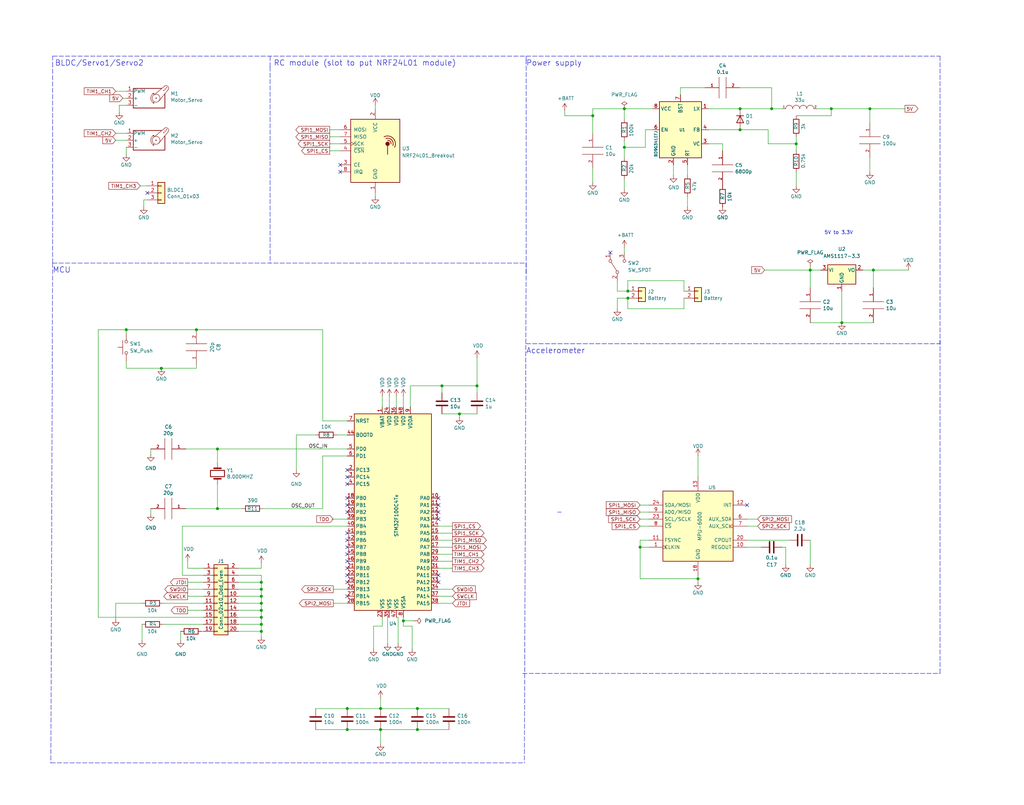
<source format=kicad_sch>
(kicad_sch (version 20211123) (generator eeschema)
  (paper "User" 370.764 291.389)
  (title_block (title "RC Boat ") (date "2023-01-22") (company "By ZN KG WD"))
  (lib_symbols
    (symbol "Connector_Generic:Conn_01x02" (pin_names (offset 1.016) hide)
      (property "Reference" "J" (at 0 2.54 0))
      (property "Value" "Conn_01x02" (at 0 -5.08 0))
      (symbol "Conn_01x02_1_1"
        (pin passive line (at -5.08 0 0) (length 3.81) (name "Pin_1") (number "1"))
        (pin passive line (at -5.08 -2.54 0) (length 3.81) (name "Pin_2") (number "2"))
      )
    )
    (symbol "Connector_Generic:Conn_01x03" (pin_names (offset 1.016) hide)
      (property "Reference" "J" (at 0 5.08 0))
      (property "Value" "Conn_01x03" (at 0 -5.08 0))
      (symbol "Conn_01x03_1_1"
        (pin passive line (at -5.08 2.54 0) (length 3.81) (name "Pin_1") (number "1"))
        (pin passive line (at -5.08 0 0) (length 3.81) (name "Pin_2") (number "2"))
        (pin passive line (at -5.08 -2.54 0) (length 3.81) (name "Pin_3") (number "3"))
      )
    )
    (symbol "Connector_Generic:Conn_02x10_Odd_Even" (pin_names (offset 1.016) hide)
      (property "Reference" "J" (at 1.27 12.7 0))
      (property "Value" "Conn_02x10_Odd_Even" (at 1.27 -15.24 0))
      (symbol "Conn_02x10_Odd_Even_1_1"
        (pin passive line (at -5.08 10.16 0) (length 3.81) (name "Pin_1") (number "1"))
        (pin passive line (at 7.62 0 180) (length 3.81) (name "Pin_10") (number "10"))
        (pin passive line (at -5.08 -2.54 0) (length 3.81) (name "Pin_11") (number "11"))
        (pin passive line (at 7.62 -2.54 180) (length 3.81) (name "Pin_12") (number "12"))
        (pin passive line (at -5.08 -5.08 0) (length 3.81) (name "Pin_13") (number "13"))
        (pin passive line (at 7.62 -5.08 180) (length 3.81) (name "Pin_14") (number "14"))
        (pin passive line (at -5.08 -7.62 0) (length 3.81) (name "Pin_15") (number "15"))
        (pin passive line (at 7.62 -7.62 180) (length 3.81) (name "Pin_16") (number "16"))
        (pin passive line (at -5.08 -10.16 0) (length 3.81) (name "Pin_17") (number "17"))
        (pin passive line (at 7.62 -10.16 180) (length 3.81) (name "Pin_18") (number "18"))
        (pin passive line (at -5.08 -12.7 0) (length 3.81) (name "Pin_19") (number "19"))
        (pin passive line (at 7.62 10.16 180) (length 3.81) (name "Pin_2") (number "2"))
        (pin passive line (at 7.62 -12.7 180) (length 3.81) (name "Pin_20") (number "20"))
        (pin passive line (at -5.08 7.62 0) (length 3.81) (name "Pin_3") (number "3"))
        (pin passive line (at 7.62 7.62 180) (length 3.81) (name "Pin_4") (number "4"))
        (pin passive line (at -5.08 5.08 0) (length 3.81) (name "Pin_5") (number "5"))
        (pin passive line (at 7.62 5.08 180) (length 3.81) (name "Pin_6") (number "6"))
        (pin passive line (at -5.08 2.54 0) (length 3.81) (name "Pin_7") (number "7"))
        (pin passive line (at 7.62 2.54 180) (length 3.81) (name "Pin_8") (number "8"))
        (pin passive line (at -5.08 0 0) (length 3.81) (name "Pin_9") (number "9"))
      )
    )
    (symbol "Device:C" (pin_numbers hide) (pin_names (offset 0.254))
      (property "Reference" "C" (at 0.635 2.54 0))
      (property "Value" "C" (at 0.635 -2.54 0))
      (symbol "C_1_1"
        (pin passive line (at 0 3.81 270) (length 2.794) (name "~") (number "1"))
        (pin passive line (at 0 -3.81 90) (length 2.794) (name "~") (number "2"))
      )
    )
    (symbol "Device:Crystal" (pin_numbers hide) (pin_names (offset 1.016) hide)
      (property "Reference" "Y" (at 0 3.81 0))
      (property "Value" "Crystal" (at 0 -3.81 0))
      (symbol "Crystal_1_1"
        (pin passive line (at -3.81 0 0) (length 1.27) (name "1") (number "1"))
        (pin passive line (at 3.81 0 180) (length 1.27) (name "2") (number "2"))
      )
    )
    (symbol "Device:D" (pin_numbers hide) (pin_names (offset 1.016) hide)
      (property "Reference" "D" (at 0 2.54 0))
      (property "Value" "D" (at 0 -2.54 0))
      (symbol "D_1_1"
        (pin passive line (at -3.81 0 0) (length 2.54) (name "K") (number "1"))
        (pin passive line (at 3.81 0 180) (length 2.54) (name "A") (number "2"))
      )
    )
    (symbol "Device:R" (pin_numbers hide) (pin_names (offset 0))
      (property "Reference" "R" (at 2.032 0 90))
      (property "Value" "R" (at 0 0 90))
      (symbol "R_1_1"
        (pin passive line (at 0 3.81 270) (length 1.27) (name "~") (number "1"))
        (pin passive line (at 0 -3.81 90) (length 1.27) (name "~") (number "2"))
      )
    )
    (symbol "GND_1" (power) (pin_names (offset 0))
      (property "Value" "GND_1" (at 0 -3.81 0))
      (symbol "GND_1_1_1"
        (pin power_in line (at 0 0 270) (length 0) hide (name "GND") (number "1"))
      )
    )
    (symbol "GND_10" (power) (pin_names (offset 0))
      (property "Value" "GND_10" (at 0 -3.81 0))
      (symbol "GND_10_1_1"
        (pin power_in line (at 0 0 270) (length 0) hide (name "GND") (number "1"))
      )
    )
    (symbol "GND_11" (power) (pin_names (offset 0))
      (property "Value" "GND_11" (at 0 -3.81 0))
      (symbol "GND_11_1_1"
        (pin power_in line (at 0 0 270) (length 0) hide (name "GND") (number "1"))
      )
    )
    (symbol "GND_12" (power) (pin_names (offset 0))
      (property "Value" "GND_12" (at 0 -3.81 0))
      (symbol "GND_12_1_1"
        (pin power_in line (at 0 0 270) (length 0) hide (name "GND") (number "1"))
      )
    )
    (symbol "GND_13" (power) (pin_names (offset 0))
      (property "Value" "GND_13" (at 0 -3.81 0))
      (symbol "GND_13_1_1"
        (pin power_in line (at 0 0 270) (length 0) hide (name "GND") (number "1"))
      )
    )
    (symbol "GND_14" (power) (pin_names (offset 0))
      (property "Value" "GND_14" (at 0 -3.81 0))
      (symbol "GND_14_1_1"
        (pin power_in line (at 0 0 270) (length 0) hide (name "GND") (number "1"))
      )
    )
    (symbol "GND_15" (power) (pin_names (offset 0))
      (property "Value" "GND_15" (at 0 -3.81 0))
      (symbol "GND_15_1_1"
        (pin power_in line (at 0 0 270) (length 0) hide (name "GND") (number "1"))
      )
    )
    (symbol "GND_16" (power) (pin_names (offset 0))
      (property "Value" "GND_16" (at 0 -3.81 0))
      (symbol "GND_16_1_1"
        (pin power_in line (at 0 0 270) (length 0) hide (name "GND") (number "1"))
      )
    )
    (symbol "GND_17" (power) (pin_names (offset 0))
      (property "Value" "GND_17" (at 0 -3.81 0))
      (symbol "GND_17_1_1"
        (pin power_in line (at 0 0 270) (length 0) hide (name "GND") (number "1"))
      )
    )
    (symbol "GND_18" (power) (pin_names (offset 0))
      (property "Value" "GND_18" (at 0 -3.81 0))
      (symbol "GND_18_1_1"
        (pin power_in line (at 0 0 270) (length 0) hide (name "GND") (number "1"))
      )
    )
    (symbol "GND_19" (power) (pin_names (offset 0))
      (property "Value" "GND_19" (at 0 -3.81 0))
      (symbol "GND_19_1_1"
        (pin power_in line (at 0 0 270) (length 0) hide (name "GND") (number "1"))
      )
    )
    (symbol "GND_2" (power) (pin_names (offset 0))
      (property "Value" "GND_2" (at 0 -3.81 0))
      (symbol "GND_2_1_1"
        (pin power_in line (at 0 0 270) (length 0) hide (name "GND") (number "1"))
      )
    )
    (symbol "GND_21" (power) (pin_names (offset 0))
      (property "Value" "GND_21" (at 0 -3.81 0))
      (symbol "GND_21_1_1"
        (pin power_in line (at 0 0 270) (length 0) hide (name "GND") (number "1"))
      )
    )
    (symbol "GND_24" (power) (pin_names (offset 0))
      (property "Value" "GND_24" (at 0 -3.81 0))
      (symbol "GND_24_1_1"
        (pin power_in line (at 0 0 270) (length 0) hide (name "GND") (number "1"))
      )
    )
    (symbol "GND_26" (power) (pin_names (offset 0))
      (property "Value" "GND_26" (at 0 -3.81 0))
      (symbol "GND_26_1_1"
        (pin power_in line (at 0 0 270) (length 0) hide (name "GND") (number "1"))
      )
    )
    (symbol "GND_27" (power) (pin_names (offset 0))
      (property "Value" "GND_27" (at 0 -3.81 0))
      (symbol "GND_27_1_1"
        (pin power_in line (at 0 0 270) (length 0) hide (name "GND") (number "1"))
      )
    )
    (symbol "GND_28" (power) (pin_names (offset 0))
      (property "Value" "GND_28" (at 0 -3.81 0))
      (symbol "GND_28_1_1"
        (pin power_in line (at 0 0 270) (length 0) hide (name "GND") (number "1"))
      )
    )
    (symbol "GND_29" (power) (pin_names (offset 0))
      (property "Value" "GND_29" (at 0 -3.81 0))
      (symbol "GND_29_1_1"
        (pin power_in line (at 0 0 270) (length 0) hide (name "GND") (number "1"))
      )
    )
    (symbol "GND_3" (power) (pin_names (offset 0))
      (property "Value" "GND_3" (at 0 -3.81 0))
      (symbol "GND_3_1_1"
        (pin power_in line (at 0 0 270) (length 0) hide (name "GND") (number "1"))
      )
    )
    (symbol "GND_30" (power) (pin_names (offset 0))
      (property "Value" "GND_30" (at 0 -3.81 0))
      (symbol "GND_30_1_1"
        (pin power_in line (at 0 0 270) (length 0) hide (name "GND") (number "1"))
      )
    )
    (symbol "GND_4" (power) (pin_names (offset 0))
      (property "Value" "GND_4" (at 0 -3.81 0))
      (symbol "GND_4_1_1"
        (pin power_in line (at 0 0 270) (length 0) hide (name "GND") (number "1"))
      )
    )
    (symbol "GND_5" (power) (pin_names (offset 0))
      (property "Value" "GND_5" (at 0 -3.81 0))
      (symbol "GND_5_1_1"
        (pin power_in line (at 0 0 270) (length 0) hide (name "GND") (number "1"))
      )
    )
    (symbol "GND_6" (power) (pin_names (offset 0))
      (property "Value" "GND_6" (at 0 -3.81 0))
      (symbol "GND_6_1_1"
        (pin power_in line (at 0 0 270) (length 0) hide (name "GND") (number "1"))
      )
    )
    (symbol "GND_7" (power) (pin_names (offset 0))
      (property "Value" "GND_7" (at 0 -3.81 0))
      (symbol "GND_7_1_1"
        (pin power_in line (at 0 0 270) (length 0) hide (name "GND") (number "1"))
      )
    )
    (symbol "GND_8" (power) (pin_names (offset 0))
      (property "Value" "GND_8" (at 0 -3.81 0))
      (symbol "GND_8_1_1"
        (pin power_in line (at 0 0 270) (length 0) hide (name "GND") (number "1"))
      )
    )
    (symbol "GND_9" (power) (pin_names (offset 0))
      (property "Value" "GND_9" (at 0 -3.81 0))
      (symbol "GND_9_1_1"
        (pin power_in line (at 0 0 270) (length 0) hide (name "GND") (number "1"))
      )
    )
    (symbol "MCU_ST_STM32F1:STM32F100C4Tx"
      (property "Reference" "U" (at -15.24 36.83 0))
      (property "Value" "STM32F100C4Tx" (at 7.62 36.83 0))
      (symbol "STM32F100C4Tx_1_1"
        (pin power_in line (at -5.08 38.1 270) (length 2.54) (name "VBAT") (number "1"))
        (pin bidirectional line (at 15.24 5.08 180) (length 2.54) (name "PA0") (number "10"))
        (pin bidirectional line (at 15.24 2.54 180) (length 2.54) (name "PA1") (number "11"))
        (pin bidirectional line (at 15.24 0 180) (length 2.54) (name "PA2") (number "12"))
        (pin bidirectional line (at 15.24 -2.54 180) (length 2.54) (name "PA3") (number "13"))
        (pin bidirectional line (at 15.24 -5.08 180) (length 2.54) (name "PA4") (number "14"))
        (pin bidirectional line (at 15.24 -7.62 180) (length 2.54) (name "PA5") (number "15"))
        (pin bidirectional line (at 15.24 -10.16 180) (length 2.54) (name "PA6") (number "16"))
        (pin bidirectional line (at 15.24 -12.7 180) (length 2.54) (name "PA7") (number "17"))
        (pin bidirectional line (at -17.78 5.08 0) (length 2.54) (name "PB0") (number "18"))
        (pin bidirectional line (at -17.78 2.54 0) (length 2.54) (name "PB1") (number "19"))
        (pin bidirectional line (at -17.78 15.24 0) (length 2.54) (name "PC13") (number "2"))
        (pin bidirectional line (at -17.78 0 0) (length 2.54) (name "PB2") (number "20"))
        (pin bidirectional line (at -17.78 -20.32 0) (length 2.54) (name "PB10") (number "21"))
        (pin bidirectional line (at -17.78 -22.86 0) (length 2.54) (name "PB11") (number "22"))
        (pin power_in line (at -5.08 -38.1 90) (length 2.54) (name "VSS") (number "23"))
        (pin power_in line (at -2.54 38.1 270) (length 2.54) (name "VDD") (number "24"))
        (pin bidirectional line (at -17.78 -25.4 0) (length 2.54) (name "PB12") (number "25"))
        (pin bidirectional line (at -17.78 -27.94 0) (length 2.54) (name "PB13") (number "26"))
        (pin bidirectional line (at -17.78 -30.48 0) (length 2.54) (name "PB14") (number "27"))
        (pin bidirectional line (at -17.78 -33.02 0) (length 2.54) (name "PB15") (number "28"))
        (pin bidirectional line (at 15.24 -15.24 180) (length 2.54) (name "PA8") (number "29"))
        (pin bidirectional line (at -17.78 12.7 0) (length 2.54) (name "PC14") (number "3"))
        (pin bidirectional line (at 15.24 -17.78 180) (length 2.54) (name "PA9") (number "30"))
        (pin bidirectional line (at 15.24 -20.32 180) (length 2.54) (name "PA10") (number "31"))
        (pin bidirectional line (at 15.24 -22.86 180) (length 2.54) (name "PA11") (number "32"))
        (pin bidirectional line (at 15.24 -25.4 180) (length 2.54) (name "PA12") (number "33"))
        (pin bidirectional line (at 15.24 -27.94 180) (length 2.54) (name "PA13") (number "34"))
        (pin power_in line (at -2.54 -38.1 90) (length 2.54) (name "VSS") (number "35"))
        (pin power_in line (at 0 38.1 270) (length 2.54) (name "VDD") (number "36"))
        (pin bidirectional line (at 15.24 -30.48 180) (length 2.54) (name "PA14") (number "37"))
        (pin bidirectional line (at 15.24 -33.02 180) (length 2.54) (name "PA15") (number "38"))
        (pin bidirectional line (at -17.78 -2.54 0) (length 2.54) (name "PB3") (number "39"))
        (pin bidirectional line (at -17.78 10.16 0) (length 2.54) (name "PC15") (number "4"))
        (pin bidirectional line (at -17.78 -5.08 0) (length 2.54) (name "PB4") (number "40"))
        (pin bidirectional line (at -17.78 -7.62 0) (length 2.54) (name "PB5") (number "41"))
        (pin bidirectional line (at -17.78 -10.16 0) (length 2.54) (name "PB6") (number "42"))
        (pin bidirectional line (at -17.78 -12.7 0) (length 2.54) (name "PB7") (number "43"))
        (pin input line (at -17.78 27.94 0) (length 2.54) (name "BOOT0") (number "44"))
        (pin bidirectional line (at -17.78 -15.24 0) (length 2.54) (name "PB8") (number "45"))
        (pin bidirectional line (at -17.78 -17.78 0) (length 2.54) (name "PB9") (number "46"))
        (pin power_in line (at 0 -38.1 90) (length 2.54) (name "VSS") (number "47"))
        (pin power_in line (at 2.54 38.1 270) (length 2.54) (name "VDD") (number "48"))
        (pin input line (at -17.78 22.86 0) (length 2.54) (name "PD0") (number "5"))
        (pin input line (at -17.78 20.32 0) (length 2.54) (name "PD1") (number "6"))
        (pin input line (at -17.78 33.02 0) (length 2.54) (name "NRST") (number "7"))
        (pin power_in line (at 2.54 -38.1 90) (length 2.54) (name "VSSA") (number "8"))
        (pin power_in line (at 5.08 38.1 270) (length 2.54) (name "VDDA") (number "9"))
      )
    )
    (symbol "Motor:Motor_Servo" (pin_names (offset 0.0254))
      (property "Reference" "M" (at -5.08 4.445 0))
      (property "Value" "Motor_Servo" (at -5.08 -4.064 0))
      (symbol "Motor_Servo_1_1"
        (pin passive line (at -7.62 2.54 0) (length 2.54) (name "PWM") (number "1"))
        (pin passive line (at -7.62 0 0) (length 2.54) (name "+") (number "2"))
        (pin passive line (at -7.62 -2.54 0) (length 2.54) (name "-") (number "3"))
      )
    )
    (symbol "RF:NRF24L01_Breakout" (pin_names (offset 1.016))
      (property "Reference" "U" (at -8.89 12.7 0))
      (property "Value" "NRF24L01_Breakout" (at 3.81 12.7 0))
      (symbol "NRF24L01_Breakout_1_1"
        (pin power_in line (at 0 -15.24 90) (length 3.81) (name "GND") (number "1"))
        (pin power_in line (at 0 15.24 270) (length 3.81) (name "VCC") (number "2"))
        (pin input line (at -12.7 -5.08 0) (length 3.81) (name "CE") (number "3"))
        (pin input line (at -12.7 0 0) (length 3.81) (name "~{CSN}") (number "4"))
        (pin input clock (at -12.7 2.54 0) (length 3.81) (name "SCK") (number "5"))
        (pin input line (at -12.7 7.62 0) (length 3.81) (name "MOSI") (number "6"))
        (pin output line (at -12.7 5.08 0) (length 3.81) (name "MISO") (number "7"))
        (pin output line (at -12.7 -7.62 0) (length 3.81) (name "IRQ") (number "8"))
      )
    )
    (symbol "Regulator_Linear:AMS1117-3.3" (pin_names (offset 0.254))
      (property "Reference" "U" (at -3.81 3.175 0))
      (property "Value" "AMS1117-3.3" (at 0 3.175 0))
      (symbol "AMS1117-3.3_1_1"
        (pin power_in line (at 0 -7.62 90) (length 2.54) (name "GND") (number "1"))
        (pin power_out line (at 7.62 0 180) (length 2.54) (name "VO") (number "2"))
        (pin power_in line (at -7.62 0 0) (length 2.54) (name "VI") (number "3"))
      )
    )
    (symbol "Regulator_Switching:BD9G341EFJ"
      (property "Reference" "U" (at -6.35 11.43 0))
      (property "Value" "BD9G341EFJ" (at 7.62 11.43 0))
      (symbol "BD9G341EFJ_1_1"
        (pin passive line (at 10.16 7.62 180) (length 2.54) (name "LX") (number "1"))
        (pin power_in line (at -2.54 -12.7 90) (length 2.54) (name "GND") (number "2"))
        (pin output line (at 10.16 -5.08 180) (length 2.54) (name "VC") (number "3"))
        (pin input line (at 10.16 0 180) (length 2.54) (name "FB") (number "4"))
        (pin input line (at 2.54 -12.7 90) (length 2.54) (name "RT") (number "5"))
        (pin input line (at -10.16 0 0) (length 2.54) (name "EN") (number "6"))
        (pin input line (at 0 12.7 270) (length 2.54) (name "BST") (number "7"))
        (pin power_in line (at -10.16 7.62 0) (length 2.54) (name "VCC") (number "8"))
      )
    )
    (symbol "Sensor_Motion:MPU-6000"
      (property "Reference" "U" (at -11.43 13.97 0))
      (property "Value" "MPU-6000" (at 7.62 -13.97 0))
      (symbol "MPU-6000_1_1"
        (pin input clock (at -17.78 -7.62 0) (length 5.08) (name "CLKIN") (number "1"))
        (pin passive line (at 17.78 -7.62 180) (length 5.08) (name "REGOUT") (number "10"))
        (pin input line (at -17.78 -5.08 0) (length 5.08) (name "FSYNC") (number "11"))
        (pin output line (at 17.78 7.62 180) (length 5.08) (name "INT") (number "12"))
        (pin power_in line (at 0 17.78 270) (length 5.08) (name "VDD") (number "13"))
        (pin power_in line (at 0 -17.78 90) (length 5.08) (name "GND") (number "18"))
        (pin passive line (at 17.78 -5.08 180) (length 5.08) (name "CPOUT") (number "20"))
        (pin input line (at -17.78 2.54 0) (length 5.08) (name "SCL/SCLK") (number "23"))
        (pin bidirectional line (at -17.78 7.62 0) (length 5.08) (name "SDA/MOSI") (number "24"))
        (pin bidirectional line (at 17.78 2.54 180) (length 5.08) (name "AUX_SDA") (number "6"))
        (pin output clock (at 17.78 0 180) (length 5.08) (name "AUX_SCL") (number "7"))
        (pin input line (at -17.78 0 0) (length 5.08) (name "~{CS}") (number "8"))
        (pin bidirectional line (at -17.78 5.08 0) (length 5.08) (name "AD0/MISO") (number "9"))
      )
    )
    (symbol "Switch:SW_Push" (pin_numbers hide) (pin_names (offset 1.016) hide)
      (property "Reference" "SW" (at 1.27 2.54 0))
      (property "Value" "SW_Push" (at 0 -1.524 0))
      (symbol "SW_Push_0_1"
        (pin passive line (at -5.08 0 0) (length 2.54) (name "1") (number "1"))
        (pin passive line (at 5.08 0 180) (length 2.54) (name "2") (number "2"))
      )
    )
    (symbol "Switch:SW_SPDT" (pin_names (offset 0) hide)
      (property "Reference" "SW" (at 0 4.318 0))
      (property "Value" "SW_SPDT" (at 0 -5.08 0))
      (symbol "SW_SPDT_1_1"
        (pin passive line (at 5.08 2.54 180) (length 2.54) (name "A") (number "1"))
        (pin passive line (at -5.08 0 0) (length 2.54) (name "B") (number "2"))
        (pin passive line (at 5.08 -2.54 180) (length 2.54) (name "C") (number "3"))
      )
    )
    (symbol "power:+BATT" (power) (pin_names (offset 0))
      (property "Value" "+BATT" (at 0 3.556 0))
      (symbol "+BATT_1_1"
        (pin power_in line (at 0 0 90) (length 0) hide (name "+BATT") (number "1"))
      )
    )
    (symbol "power:GND" (power) (pin_names (offset 0))
      (property "Value" "GND" (at 0 -3.81 0))
      (symbol "GND_1_1"
        (pin power_in line (at 0 0 270) (length 0) hide (name "GND") (number "1"))
      )
    )
    (symbol "power:PWR_FLAG" (power) (pin_numbers hide) (pin_names (offset 0) hide)
      (property "Value" "PWR_FLAG" (at 0 3.81 0))
      (symbol "PWR_FLAG_0_0"
        (pin power_out line (at 0 0 90) (length 0) (name "pwr") (number "1"))
      )
    )
    (symbol "power:VDD" (power) (pin_names (offset 0))
      (property "Value" "VDD" (at 0 3.81 0))
      (symbol "VDD_1_1"
        (pin power_in line (at 0 0 90) (length 0) hide (name "VDD") (number "1"))
      )
    )
    (symbol "pspice:C" (pin_names (offset 0.254))
      (property "Reference" "C" (at 2.54 3.81 90))
      (property "Value" "C" (at 2.54 -3.81 90))
      (symbol "C_1_1"
        (pin passive line (at 0 6.35 270) (length 5.08) (name "~") (number "1"))
        (pin passive line (at 0 -6.35 90) (length 5.08) (name "~") (number "2"))
      )
    )
    (symbol "pspice:CAP" (pin_names (offset 0.254))
      (property "Reference" "C" (at 2.54 3.81 90))
      (property "Value" "CAP" (at 2.54 -3.81 90))
      (symbol "CAP_1_1"
        (pin passive line (at 0 6.35 270) (length 5.08) (name "~") (number "1"))
        (pin passive line (at 0 -6.35 90) (length 5.08) (name "~") (number "2"))
      )
    )
    (symbol "pspice:INDUCTOR" (pin_numbers hide) (pin_names (offset 0))
      (property "Reference" "L" (at 0 2.54 0))
      (property "Value" "INDUCTOR" (at 0 -1.27 0))
      (symbol "INDUCTOR_1_1"
        (pin input line (at -6.35 0 0) (length 1.27) (name "1") (number "1"))
        (pin input line (at 6.35 0 180) (length 1.27) (name "2") (number "2"))
      )
    )
  )
  (junction (at 227.33 105.41))
  (junction (at 137.795 264.16))
  (junction (at 94.615 220.98))
  (junction (at 304.8 116.84))
  (junction (at 78.74 184.15))
  (junction (at 94.615 226.06))
  (junction (at 137.795 256.54))
  (junction (at 151.13 264.16))
  (junction (at 227.33 107.95))
  (junction (at 267.97 39.37))
  (junction (at 94.615 228.6))
  (junction (at 293.37 97.79))
  (junction (at 314.96 39.37))
  (junction (at 45.72 119.38))
  (junction (at 94.615 215.9))
  (junction (at 231.775 198.12))
  (junction (at 226.06 39.37))
  (junction (at 172.72 139.7))
  (junction (at 71.12 119.38))
  (junction (at 316.23 97.79))
  (junction (at 94.615 213.36))
  (junction (at 288.29 52.07))
  (junction (at 300.99 39.37))
  (junction (at 146.05 224.79))
  (junction (at 166.37 149.86))
  (junction (at 125.73 264.16))
  (junction (at 279.4 39.37))
  (junction (at 94.615 223.52))
  (junction (at 267.97 46.99))
  (junction (at 78.74 162.56))
  (junction (at 94.615 210.82))
  (junction (at 214.63 41.91))
  (junction (at 226.06 53.34))
  (junction (at 160.02 139.7))
  (junction (at 151.13 256.54))
  (junction (at 94.615 218.44))
  (junction (at 58.42 133.35))
  (junction (at 252.73 209.55))
  (junction (at 125.73 256.54))
  (no_connect (at 220.98 91.44))
  (no_connect (at 125.73 210.82))
  (no_connect (at 158.75 180.34))
  (no_connect (at 125.73 172.72))
  (no_connect (at 125.73 205.74))
  (no_connect (at 53.34 69.85))
  (no_connect (at 158.75 182.88))
  (no_connect (at 125.73 170.18))
  (no_connect (at 158.75 208.28))
  (no_connect (at 270.51 182.88))
  (no_connect (at 123.19 59.69))
  (no_connect (at 158.75 185.42))
  (no_connect (at 125.73 195.58))
  (no_connect (at 125.73 203.2))
  (no_connect (at 125.73 208.28))
  (no_connect (at 125.73 200.66))
  (no_connect (at 125.73 193.04))
  (no_connect (at 125.73 215.9))
  (no_connect (at 125.73 182.88))
  (no_connect (at 125.73 180.34))
  (no_connect (at 125.73 175.26))
  (no_connect (at 123.19 62.23))
  (no_connect (at 125.73 198.12))
  (no_connect (at 125.73 185.42))
  (no_connect (at 158.75 187.96))
  (no_connect (at 158.75 210.82))
  (wire (pts (xy 35.56 119.38) (xy 45.72 119.38)))
  (wire (pts (xy 160.02 142.24) (xy 160.02 139.7)))
  (wire (pts (xy 231.775 195.58) (xy 231.775 198.12)))
  (wire (pts (xy 158.75 215.9) (xy 163.83 215.9)))
  (wire (pts (xy 138.43 143.51) (xy 138.43 147.32)))
  (wire (pts (xy 94.615 218.44) (xy 94.615 220.98)))
  (polyline (pts (xy 97.79 20.32) (xy 97.79 24.13)))
  (wire (pts (xy 116.84 184.15) (xy 116.84 165.1)))
  (wire (pts (xy 226.06 39.37) (xy 214.63 39.37)))
  (wire (pts (xy 252.73 209.55) (xy 252.73 210.82)))
  (wire (pts (xy 53.34 67.31) (xy 50.8 67.31)))
  (wire (pts (xy 256.54 52.07) (xy 261.62 52.07)))
  (polyline (pts (xy 19.05 95.25) (xy 18.415 276.225)))
  (wire (pts (xy 316.23 97.79) (xy 328.93 97.79)))
  (wire (pts (xy 95.25 184.15) (xy 116.84 184.15)))
  (wire (pts (xy 45.72 130.81) (xy 45.72 133.35)))
  (wire (pts (xy 66.04 190.5) (xy 125.73 190.5)))
  (wire (pts (xy 140.97 147.32) (xy 140.97 143.51)))
  (wire (pts (xy 73.66 215.9) (xy 67.945 215.9)))
  (wire (pts (xy 226.06 89.535) (xy 226.06 91.44)))
  (wire (pts (xy 247.65 105.41) (xy 247.65 101.6)))
  (wire (pts (xy 146.05 224.79) (xy 146.05 223.52)))
  (wire (pts (xy 316.23 116.84) (xy 304.8 116.84)))
  (wire (pts (xy 35.56 223.52) (xy 35.56 119.38)))
  (wire (pts (xy 278.13 46.99) (xy 278.13 52.07)))
  (wire (pts (xy 59.055 218.44) (xy 73.66 218.44)))
  (wire (pts (xy 246.38 31.75) (xy 255.27 31.75)))
  (wire (pts (xy 267.97 39.37) (xy 279.4 39.37)))
  (wire (pts (xy 246.38 34.29) (xy 246.38 31.75)))
  (wire (pts (xy 86.36 210.82) (xy 94.615 210.82)))
  (wire (pts (xy 226.06 53.34) (xy 226.06 50.8)))
  (wire (pts (xy 247.65 111.76) (xy 227.33 111.76)))
  (wire (pts (xy 234.95 185.42) (xy 231.775 185.42)))
  (wire (pts (xy 226.06 68.58) (xy 226.06 64.77)))
  (wire (pts (xy 256.54 46.99) (xy 267.97 46.99)))
  (wire (pts (xy 78.74 184.15) (xy 78.74 175.26)))
  (wire (pts (xy 78.74 184.15) (xy 87.63 184.15)))
  (wire (pts (xy 163.83 218.44) (xy 158.75 218.44)))
  (wire (pts (xy 140.335 223.52) (xy 140.335 233.045)))
  (wire (pts (xy 86.36 215.9) (xy 94.615 215.9)))
  (wire (pts (xy 151.13 256.54) (xy 162.56 256.54)))
  (wire (pts (xy 94.615 226.06) (xy 94.615 228.6)))
  (wire (pts (xy 138.43 223.52) (xy 138.43 226.695)))
  (wire (pts (xy 73.66 220.98) (xy 67.945 220.98)))
  (wire (pts (xy 114.3 157.48) (xy 107.315 157.48)))
  (wire (pts (xy 94.615 213.36) (xy 94.615 215.9)))
  (wire (pts (xy 71.12 133.35) (xy 71.12 132.08)))
  (wire (pts (xy 121.92 157.48) (xy 125.73 157.48)))
  (wire (pts (xy 300.99 39.37) (xy 314.96 39.37)))
  (wire (pts (xy 243.84 59.69) (xy 243.84 63.5)))
  (wire (pts (xy 160.02 139.7) (xy 172.72 139.7)))
  (wire (pts (xy 236.22 39.37) (xy 226.06 39.37)))
  (wire (pts (xy 314.96 39.37) (xy 327.66 39.37)))
  (wire (pts (xy 94.615 210.82) (xy 94.615 213.36)))
  (wire (pts (xy 158.75 195.58) (xy 163.83 195.58)))
  (polyline (pts (xy 190.5 95.25) (xy 189.865 276.225)))
  (wire (pts (xy 119.38 46.99) (xy 123.19 46.99)))
  (wire (pts (xy 158.75 200.66) (xy 163.83 200.66)))
  (wire (pts (xy 125.73 256.54) (xy 137.795 256.54)))
  (wire (pts (xy 116.84 152.4) (xy 125.73 152.4)))
  (polyline (pts (xy 190.5 20.32) (xy 190.5 22.86)))
  (polyline (pts (xy 19.05 95.25) (xy 19.05 24.13)))
  (wire (pts (xy 86.36 213.36) (xy 94.615 213.36)))
  (wire (pts (xy 51.435 231.775) (xy 51.435 226.06)))
  (wire (pts (xy 67.945 205.74) (xy 67.945 203.2)))
  (wire (pts (xy 119.38 54.61) (xy 123.19 54.61)))
  (wire (pts (xy 247.65 107.95) (xy 247.65 111.76)))
  (polyline (pts (xy 190.5 124.46) (xy 340.36 124.46)))
  (wire (pts (xy 137.795 269.24) (xy 137.795 264.16)))
  (wire (pts (xy 137.795 264.16) (xy 151.13 264.16)))
  (wire (pts (xy 54.61 184.15) (xy 54.61 186.055)))
  (wire (pts (xy 279.4 39.37) (xy 279.4 31.75)))
  (wire (pts (xy 148.59 147.32) (xy 148.59 139.7)))
  (wire (pts (xy 158.75 193.04) (xy 163.83 193.04)))
  (wire (pts (xy 278.13 52.07) (xy 288.29 52.07)))
  (wire (pts (xy 261.62 52.07) (xy 261.62 54.61)))
  (wire (pts (xy 234.95 190.5) (xy 231.775 190.5)))
  (wire (pts (xy 114.3 256.54) (xy 125.73 256.54)))
  (wire (pts (xy 204.47 41.91) (xy 204.47 40.005)))
  (wire (pts (xy 54.61 162.56) (xy 54.61 164.465)))
  (wire (pts (xy 267.97 46.99) (xy 278.13 46.99)))
  (wire (pts (xy 41.91 218.44) (xy 41.91 224.155)))
  (wire (pts (xy 140.335 223.52) (xy 140.97 223.52)))
  (wire (pts (xy 214.63 66.04) (xy 214.63 60.96)))
  (wire (pts (xy 293.37 116.84) (xy 304.8 116.84)))
  (wire (pts (xy 226.06 43.18) (xy 226.06 39.37)))
  (wire (pts (xy 45.72 119.38) (xy 71.12 119.38)))
  (wire (pts (xy 94.615 215.9) (xy 94.615 218.44)))
  (wire (pts (xy 52.07 74.93) (xy 52.07 72.39)))
  (wire (pts (xy 158.75 205.74) (xy 163.83 205.74)))
  (wire (pts (xy 270.51 195.58) (xy 285.75 195.58)))
  (polyline (pts (xy 19.05 24.13) (xy 19.05 20.32)))
  (wire (pts (xy 214.63 48.26) (xy 214.63 41.91)))
  (wire (pts (xy 45.72 35.56) (xy 44.45 35.56)))
  (wire (pts (xy 73.66 226.06) (xy 59.055 226.06)))
  (wire (pts (xy 86.36 228.6) (xy 94.615 228.6)))
  (wire (pts (xy 256.54 39.37) (xy 267.97 39.37)))
  (wire (pts (xy 135.89 69.85) (xy 135.89 71.12)))
  (wire (pts (xy 94.615 205.74) (xy 94.615 203.835)))
  (wire (pts (xy 166.37 151.13) (xy 166.37 149.86)))
  (wire (pts (xy 172.72 149.86) (xy 166.37 149.86)))
  (wire (pts (xy 279.4 31.75) (xy 267.97 31.75)))
  (wire (pts (xy 227.33 101.6) (xy 227.33 105.41)))
  (wire (pts (xy 119.38 52.07) (xy 123.19 52.07)))
  (wire (pts (xy 248.92 74.93) (xy 248.92 71.12)))
  (wire (pts (xy 214.63 39.37) (xy 214.63 41.91)))
  (wire (pts (xy 116.84 165.1) (xy 125.73 165.1)))
  (wire (pts (xy 86.36 218.44) (xy 94.615 218.44)))
  (wire (pts (xy 148.59 139.7) (xy 160.02 139.7)))
  (wire (pts (xy 288.29 41.91) (xy 300.99 41.91)))
  (wire (pts (xy 94.615 208.28) (xy 94.615 210.82)))
  (wire (pts (xy 151.13 264.16) (xy 162.56 264.16)))
  (wire (pts (xy 283.21 198.12) (xy 284.48 198.12)))
  (wire (pts (xy 138.43 226.695) (xy 135.255 226.695)))
  (polyline (pts (xy 340.36 20.32) (xy 340.36 242.57)))
  (wire (pts (xy 204.47 41.91) (xy 214.63 41.91)))
  (polyline (pts (xy 19.05 20.32) (xy 340.36 20.32)))
  (wire (pts (xy 270.51 198.12) (xy 275.59 198.12)))
  (wire (pts (xy 45.72 50.8) (xy 41.91 50.8)))
  (wire (pts (xy 314.96 39.37) (xy 314.96 44.45)))
  (wire (pts (xy 158.75 190.5) (xy 163.83 190.5)))
  (wire (pts (xy 45.72 120.65) (xy 45.72 119.38)))
  (wire (pts (xy 73.66 205.74) (xy 67.945 205.74)))
  (wire (pts (xy 276.86 97.79) (xy 293.37 97.79)))
  (polyline (pts (xy 203.2 185.42) (xy 201.93 185.42)))
  (wire (pts (xy 227.33 107.95) (xy 223.52 107.95)))
  (wire (pts (xy 43.18 38.1) (xy 45.72 38.1)))
  (wire (pts (xy 227.33 107.95) (xy 227.33 111.76)))
  (wire (pts (xy 252.73 165.1) (xy 252.73 172.72)))
  (wire (pts (xy 227.33 105.41) (xy 223.52 105.41)))
  (polyline (pts (xy 340.36 124.46) (xy 340.36 123.19)))
  (wire (pts (xy 71.12 119.38) (xy 116.84 119.38)))
  (wire (pts (xy 226.06 53.34) (xy 233.68 53.34)))
  (wire (pts (xy 45.72 33.02) (xy 41.91 33.02)))
  (wire (pts (xy 73.025 228.6) (xy 73.66 228.6)))
  (wire (pts (xy 52.07 72.39) (xy 53.34 72.39)))
  (wire (pts (xy 66.04 208.28) (xy 73.66 208.28)))
  (wire (pts (xy 65.405 228.6) (xy 65.405 231.775)))
  (wire (pts (xy 146.05 226.695) (xy 146.05 224.79)))
  (wire (pts (xy 158.75 198.12) (xy 163.83 198.12)))
  (wire (pts (xy 158.75 203.2) (xy 163.83 203.2)))
  (wire (pts (xy 66.04 190.5) (xy 66.04 208.28)))
  (wire (pts (xy 86.36 223.52) (xy 94.615 223.52)))
  (polyline (pts (xy 18.415 276.225) (xy 189.865 276.225)))
  (wire (pts (xy 137.795 256.54) (xy 137.795 252.73)))
  (wire (pts (xy 86.36 205.74) (xy 94.615 205.74)))
  (wire (pts (xy 35.56 223.52) (xy 73.66 223.52)))
  (wire (pts (xy 233.68 53.34) (xy 233.68 46.99)))
  (polyline (pts (xy 340.36 242.57) (xy 340.36 243.84)))
  (wire (pts (xy 247.65 101.6) (xy 227.33 101.6)))
  (wire (pts (xy 67.31 162.56) (xy 78.74 162.56)))
  (wire (pts (xy 231.775 198.12) (xy 234.95 198.12)))
  (wire (pts (xy 172.72 139.7) (xy 172.72 129.54)))
  (wire (pts (xy 135.89 38.1) (xy 135.89 39.37)))
  (wire (pts (xy 67.31 184.15) (xy 78.74 184.15)))
  (wire (pts (xy 86.36 226.06) (xy 94.615 226.06)))
  (wire (pts (xy 172.72 139.7) (xy 172.72 142.24)))
  (wire (pts (xy 293.37 195.58) (xy 293.37 204.47)))
  (wire (pts (xy 94.615 223.52) (xy 94.615 226.06)))
  (wire (pts (xy 143.51 147.32) (xy 143.51 143.51)))
  (wire (pts (xy 226.06 57.15) (xy 226.06 53.34)))
  (wire (pts (xy 304.8 116.84) (xy 304.8 105.41)))
  (polyline (pts (xy 97.79 24.13) (xy 97.79 95.25)))
  (wire (pts (xy 284.48 198.12) (xy 284.48 204.47)))
  (wire (pts (xy 135.255 226.695) (xy 135.255 234.95)))
  (wire (pts (xy 137.795 256.54) (xy 151.13 256.54)))
  (wire (pts (xy 270.51 187.96) (xy 274.32 187.96)))
  (wire (pts (xy 146.05 226.695) (xy 149.225 226.695)))
  (wire (pts (xy 58.42 133.35) (xy 71.12 133.35)))
  (polyline (pts (xy 190.5 21.59) (xy 190.5 69.85)))
  (wire (pts (xy 119.38 49.53) (xy 123.19 49.53)))
  (wire (pts (xy 45.72 48.26) (xy 41.91 48.26)))
  (wire (pts (xy 94.615 228.6) (xy 94.615 230.505)))
  (wire (pts (xy 231.775 198.12) (xy 231.775 209.55)))
  (wire (pts (xy 279.4 39.37) (xy 283.21 39.37)))
  (wire (pts (xy 125.73 264.16) (xy 137.795 264.16)))
  (wire (pts (xy 41.91 218.44) (xy 51.435 218.44)))
  (wire (pts (xy 125.73 187.96) (xy 120.015 187.96)))
  (wire (pts (xy 43.18 40.64) (xy 43.18 38.1)))
  (wire (pts (xy 314.96 62.23) (xy 314.96 57.15)))
  (wire (pts (xy 125.73 162.56) (xy 78.74 162.56)))
  (wire (pts (xy 293.37 97.79) (xy 293.37 104.14)))
  (wire (pts (xy 146.05 224.79) (xy 149.86 224.79)))
  (wire (pts (xy 144.145 223.52) (xy 144.145 233.045)))
  (wire (pts (xy 293.37 97.79) (xy 297.18 97.79)))
  (wire (pts (xy 86.36 220.98) (xy 94.615 220.98)))
  (wire (pts (xy 288.29 49.53) (xy 288.29 52.07)))
  (wire (pts (xy 78.74 162.56) (xy 78.74 167.64)))
  (wire (pts (xy 288.29 52.07) (xy 288.29 54.61)))
  (wire (pts (xy 223.52 107.95) (xy 223.52 111.76)))
  (wire (pts (xy 312.42 97.79) (xy 316.23 97.79)))
  (wire (pts (xy 73.66 213.36) (xy 67.945 213.36)))
  (wire (pts (xy 233.68 46.99) (xy 236.22 46.99)))
  (wire (pts (xy 248.92 63.5) (xy 248.92 59.69)))
  (wire (pts (xy 45.72 55.88) (xy 45.72 53.34)))
  (polyline (pts (xy 189.23 243.84) (xy 340.36 243.84)))
  (wire (pts (xy 86.36 208.28) (xy 94.615 208.28)))
  (wire (pts (xy 144.145 223.52) (xy 143.51 223.52)))
  (wire (pts (xy 158.75 213.36) (xy 163.83 213.36)))
  (wire (pts (xy 125.73 218.44) (xy 120.65 218.44)))
  (wire (pts (xy 45.72 133.35) (xy 58.42 133.35)))
  (wire (pts (xy 94.615 220.98) (xy 94.615 223.52)))
  (wire (pts (xy 149.225 226.695) (xy 149.225 234.95)))
  (wire (pts (xy 231.775 209.55) (xy 252.73 209.55)))
  (wire (pts (xy 73.66 210.82) (xy 67.945 210.82)))
  (wire (pts (xy 146.05 147.32) (xy 146.05 143.51)))
  (wire (pts (xy 300.99 41.91) (xy 300.99 39.37)))
  (polyline (pts (xy 19.05 95.25) (xy 190.5 95.25)))
  (wire (pts (xy 223.52 101.6) (xy 223.52 105.41)))
  (wire (pts (xy 293.37 96.52) (xy 293.37 97.79)))
  (wire (pts (xy 270.51 190.5) (xy 274.32 190.5)))
  (wire (pts (xy 234.95 195.58) (xy 231.775 195.58)))
  (wire (pts (xy 116.84 119.38) (xy 116.84 152.4)))
  (wire (pts (xy 231.775 187.96) (xy 234.95 187.96)))
  (wire (pts (xy 114.3 264.16) (xy 125.73 264.16)))
  (wire (pts (xy 300.99 39.37) (xy 295.91 39.37)))
  (wire (pts (xy 166.37 149.86) (xy 160.02 149.86)))
  (wire (pts (xy 234.95 182.88) (xy 231.775 182.88)))
  (polyline (pts (xy 190.5 69.85) (xy 190.5 99.06)))
  (wire (pts (xy 120.65 213.36) (xy 125.73 213.36)))
  (wire (pts (xy 316.23 97.79) (xy 316.23 104.14)))
  (wire (pts (xy 288.29 62.23) (xy 288.29 67.31)))
  (wire (pts (xy 252.73 208.28) (xy 252.73 209.55)))
  (wire (pts (xy 107.315 157.48) (xy 107.315 170.18)))
  (text "BLDC/Servo1/Servo2" (at 52.07 24.13 180) (effects (font (size 2 2)) (justify right bottom)))
  (text "Power supply" (at 190.5 24.13 0) (effects (font (size 2 2)) (justify left bottom)))
  (text "MCU" (at 19.05 99.06 0) (effects (font (size 2 2)) (justify left bottom)))
  (text "RC module (slot to put NRF24L01 module)\n" (at 99.06 24.13 0) (effects (font (size 2 2)) (justify left bottom)))
  (text "5V to 3.3V\n" (at 298.45 85.09 0) (effects (font (size 1.27 1.27)) (justify left bottom)))
  (text "Accelerometer" (at 190.5 128.27 0) (effects (font (size 2 2)) (justify left bottom)))
  (label "OSC_OUT" (at 105.41 184.15 0))
  (label "OSC_IN" (at 111.76 162.56 0))
  (global_label "SPI1_MOSI" (shape output) (at 119.38 46.99 180) (property "Intersheet References" "${INTERSHEET_REFS}" (effects hide)))
  (global_label "SPI1_CS" (shape input) (at 231.775 190.5 180) (property "Intersheet References" "${INTERSHEET_REFS}" (effects hide)))
  (global_label "TIM1_CH2" (shape output) (at 163.83 203.2 0) (property "Intersheet References" "${INTERSHEET_REFS}" (effects hide)))
  (global_label "SWCLK" (shape input) (at 163.83 215.9 0) (property "Intersheet References" "${INTERSHEET_REFS}" (effects hide)))
  (global_label "SPI1_MISO" (shape output) (at 119.38 49.53 180) (property "Intersheet References" "${INTERSHEET_REFS}" (effects hide)))
  (global_label "SPI2_MOSI" (shape input) (at 274.32 187.96 0) (property "Intersheet References" "${INTERSHEET_REFS}" (effects hide)))
  (global_label "SPI1_MISO" (shape output) (at 163.83 195.58 0) (property "Intersheet References" "${INTERSHEET_REFS}" (effects hide)))
  (global_label "5V" (shape input) (at 44.45 35.56 180) (property "Intersheet References" "${INTERSHEET_REFS}" (effects hide)))
  (global_label "SPI1_MOSI" (shape input) (at 231.775 182.88 180) (property "Intersheet References" "${INTERSHEET_REFS}" (effects hide)))
  (global_label "5V" (shape input) (at 41.91 50.8 180) (property "Intersheet References" "${INTERSHEET_REFS}" (effects hide)))
  (global_label "TIM1_CH3" (shape input) (at 50.8 67.31 180) (property "Intersheet References" "${INTERSHEET_REFS}" (effects hide)))
  (global_label "SPI1_SCK" (shape input) (at 231.775 187.96 180) (property "Intersheet References" "${INTERSHEET_REFS}" (effects hide)))
  (global_label "SPI1_CS" (shape output) (at 163.83 190.5 0) (property "Intersheet References" "${INTERSHEET_REFS}" (effects hide)))
  (global_label "SPI2_SCK" (shape input) (at 274.32 190.5 0) (property "Intersheet References" "${INTERSHEET_REFS}" (effects hide)))
  (global_label "SPI1_SCK" (shape output) (at 119.38 52.07 180) (property "Intersheet References" "${INTERSHEET_REFS}" (effects hide)))
  (global_label "JTDI" (shape output) (at 67.945 210.82 180) (property "Intersheet References" "${INTERSHEET_REFS}" (effects hide)))
  (global_label "TDO" (shape input) (at 120.65 187.96 180) (property "Intersheet References" "${INTERSHEET_REFS}" (effects hide)))
  (global_label "SWDIO" (shape output) (at 67.945 213.36 180) (property "Intersheet References" "${INTERSHEET_REFS}" (effects hide)))
  (global_label "SPI1_CS" (shape output) (at 119.38 54.61 180) (property "Intersheet References" "${INTERSHEET_REFS}" (effects hide)))
  (global_label "5V" (shape input) (at 276.86 97.79 180) (property "Intersheet References" "${INTERSHEET_REFS}" (effects hide)))
  (global_label "SPI2_MOSI" (shape output) (at 120.65 218.44 180) (property "Intersheet References" "${INTERSHEET_REFS}" (effects hide)))
  (global_label "SPI2_SCK" (shape output) (at 120.65 213.36 180) (property "Intersheet References" "${INTERSHEET_REFS}" (effects hide)))
  (global_label "TIM1_CH1" (shape input) (at 41.91 33.02 180) (property "Intersheet References" "${INTERSHEET_REFS}" (effects hide)))
  (global_label "TIM1_CH2" (shape input) (at 41.91 48.26 180) (property "Intersheet References" "${INTERSHEET_REFS}" (effects hide)))
  (global_label "SPI1_MOSI" (shape output) (at 163.83 198.12 0) (property "Intersheet References" "${INTERSHEET_REFS}" (effects hide)))
  (global_label "SPI1_MISO" (shape input) (at 231.775 185.42 180) (property "Intersheet References" "${INTERSHEET_REFS}" (effects hide)))
  (global_label "SPI1_SCK" (shape output) (at 163.83 193.04 0) (property "Intersheet References" "${INTERSHEET_REFS}" (effects hide)))
  (global_label "JTDI" (shape input) (at 163.83 218.44 0) (property "Intersheet References" "${INTERSHEET_REFS}" (effects hide)))
  (global_label "TIM1_CH3" (shape output) (at 163.83 205.74 0) (property "Intersheet References" "${INTERSHEET_REFS}" (effects hide)))
  (global_label "5V" (shape output) (at 327.66 39.37 0) (property "Intersheet References" "${INTERSHEET_REFS}" (effects hide)))
  (global_label "SWDIO" (shape input) (at 163.83 213.36 0) (property "Intersheet References" "${INTERSHEET_REFS}" (effects hide)))
  (global_label "TDO" (shape output) (at 67.945 220.98 180) (property "Intersheet References" "${INTERSHEET_REFS}" (effects hide)))
  (global_label "TIM1_CH1" (shape output) (at 163.83 200.66 0) (property "Intersheet References" "${INTERSHEET_REFS}" (effects hide)))
  (global_label "SWCLK" (shape output) (at 67.945 215.9 180) (property "Intersheet References" "${INTERSHEET_REFS}" (effects hide)))
  (symbol (lib_id "pspice:C") (at 214.63 54.61 0) (unit 1)
    (property "Reference" "C1" (at 219.1512 53.4416 0) (effects (justify left)))
    (property "Value" "10u" (at 219.1512 55.753 0) (effects (justify left)))
    (property "Footprint" "Diode_SMD:D_0603_1608Metric_Pad1.05x0.95mm_HandSolder" (effects hide))
  )
  (symbol (lib_id "Device:R") (at 118.11 157.48 270) (unit 1)
    (property "Reference" "R8" (at 118.11 157.48 90))
    (property "Value" "10K" (at 118.11 154.5336 90))
    (property "Footprint" "Resistor_SMD:R_0603_1608Metric_Pad0.98x0.95mm_HandSolder" (effects hide))
  )
  (symbol (lib_name "GND_24") (lib_id "power:GND") (at 149.225 234.95 0) (unit 1)
    (property "Reference" "#PWR0122" (effects hide))
    (property "Value" "GND" (at 149.225 238.76 0))
  )
  (symbol (lib_id "power:VDD") (at 143.51 143.51 0) (unit 1)
    (property "Reference" "#PWR029" (effects hide))
    (property "Value" "VDD" (at 143.51 138.43 90))
  )
  (symbol (lib_id "pspice:C") (at 293.37 110.49 0) (unit 1)
    (property "Reference" "C2" (at 297.8912 109.3216 0) (effects (justify left)))
    (property "Value" "10u" (at 297.8912 111.633 0) (effects (justify left)))
    (property "Footprint" "Diode_SMD:D_0603_1608Metric_Pad1.05x0.95mm_HandSolder" (effects hide))
  )
  (symbol (lib_id "Device:R") (at 69.215 228.6 270) (unit 1)
    (property "Reference" "R6" (at 67.945 228.6 90) (effects (justify left)))
    (property "Value" "10k" (at 67.31 231.14 90) (effects (justify left)))
    (property "Footprint" "Resistor_SMD:R_0603_1608Metric_Pad0.98x0.95mm_HandSolder" (effects hide))
  )
  (symbol (lib_id "Device:Crystal") (at 78.74 171.45 270) (unit 1)
    (property "Reference" "Y1" (at 82.0674 170.2816 90) (effects (justify left)))
    (property "Value" "8.000MHZ" (at 82.0674 172.593 90) (effects (justify left)))
    (property "Footprint" "Crystal:Crystal_SMD_0603-2Pin_6.0x3.5mm_HandSoldering" (effects hide))
  )
  (symbol (lib_id "pspice:C") (at 261.62 31.75 90) (unit 1)
    (property "Reference" "C4" (at 261.62 23.749 90))
    (property "Value" "0.1u" (at 261.62 26.0604 90))
    (property "Footprint" "Diode_SMD:D_0603_1608Metric_Pad1.05x0.95mm_HandSolder" (effects hide))
  )
  (symbol (lib_name "GND_18") (lib_id "power:GND") (at 54.61 164.465 0) (unit 1)
    (property "Reference" "#PWR0124" (effects hide))
    (property "Value" "GND" (at 54.61 169.545 0))
  )
  (symbol (lib_id "Device:R") (at 226.06 60.96 0) (unit 1)
    (property "Reference" "R2" (at 226.06 62.23 90) (effects (justify left)))
    (property "Value" "20k" (at 228.6 62.865 90) (effects (justify left)))
    (property "Footprint" "Resistor_SMD:R_0603_1608Metric_Pad0.98x0.95mm_HandSolder" (effects hide))
  )
  (symbol (lib_id "power:VDD") (at 67.945 203.2 0) (unit 1)
    (property "Reference" "#PWR011" (effects hide))
    (property "Value" "VDD" (at 68.326 198.8058 0))
  )
  (symbol (lib_id "Device:C") (at 279.4 198.12 90) (unit 1)
    (property "Reference" "C17" (at 279.4 204.47 90))
    (property "Value" "0.1u" (at 279.4 201.93 90))
    (property "Footprint" "Diode_SMD:D_0603_1608Metric_Pad1.05x0.95mm_HandSolder" (effects hide))
  )
  (symbol (lib_name "GND_28") (lib_id "power:GND") (at 52.07 74.93 0) (unit 1)
    (property "Reference" "#PWR0129" (effects hide))
    (property "Value" "GND" (at 52.07 78.74 0))
  )
  (symbol (lib_id "Device:C") (at 162.56 260.35 0) (unit 1)
    (property "Reference" "C16" (at 165.481 259.1816 0) (effects (justify left)))
    (property "Value" "100n" (at 165.481 261.493 0) (effects (justify left)))
    (property "Footprint" "Diode_SMD:D_0603_1608Metric_Pad1.05x0.95mm_HandSolder" (effects hide))
  )
  (symbol (lib_id "power:+BATT") (at 204.47 40.005 0) (unit 1)
    (property "Reference" "#PWR01" (effects hide))
    (property "Value" "+BATT" (at 204.851 35.6108 0))
  )
  (symbol (lib_id "power:+BATT") (at 226.06 89.535 0) (unit 1)
    (property "Reference" "#PWR044" (effects hide))
    (property "Value" "+BATT" (at 226.441 85.1408 0))
  )
  (symbol (lib_name "GND_1") (lib_id "power:GND") (at 223.52 111.76 0) (unit 1)
    (property "Reference" "#PWR0103" (effects hide))
    (property "Value" "GND" (at 223.52 115.57 0))
  )
  (symbol (lib_id "Device:R") (at 226.06 46.99 0) (unit 1)
    (property "Reference" "R1" (at 226.06 48.26 90) (effects (justify left)))
    (property "Value" "100k" (at 228.6 49.53 90) (effects (justify left)))
    (property "Footprint" "Resistor_SMD:R_0603_1608Metric_Pad0.98x0.95mm_HandSolder" (effects hide))
  )
  (symbol (lib_id "Connector_Generic:Conn_01x02") (at 252.73 105.41 0) (unit 1)
    (property "Reference" "J3" (at 254.762 105.6132 0) (effects (justify left)))
    (property "Value" "Battery" (at 254.762 107.9246 0) (effects (justify left)))
    (property "Footprint" "Connector_AMASS:AMASS_XT30U-F_1x02_P5.0mm_Vertical" (effects hide))
  )
  (symbol (lib_name "GND_29") (lib_id "power:GND") (at 43.18 40.64 0) (unit 1)
    (property "Reference" "#PWR0128" (effects hide))
    (property "Value" "GND" (at 43.18 44.45 0))
  )
  (symbol (lib_id "Device:D") (at 267.97 43.18 270) (unit 1)
    (property "Reference" "D1" (at 270.002 42.0116 90) (effects (justify left)))
    (property "Value" "D" (at 270.002 44.323 90) (effects (justify left)))
    (property "Footprint" "Diode_SMD:D_1206_3216Metric_Pad1.42x1.75mm_HandSolder" (effects hide))
  )
  (symbol (lib_id "power:VDD") (at 138.43 143.51 0) (unit 1)
    (property "Reference" "#PWR026" (effects hide))
    (property "Value" "VDD" (at 138.43 138.43 90))
  )
  (symbol (lib_name "GND_6") (lib_id "power:GND") (at 248.92 74.93 0) (unit 1)
    (property "Reference" "#PWR0106" (effects hide))
    (property "Value" "GND" (at 248.92 78.74 0))
  )
  (symbol (lib_id "power:GND") (at 243.84 63.5 0) (unit 1)
    (property "Reference" "#PWR05" (effects hide))
    (property "Value" "GND" (at 243.967 67.8942 0))
  )
  (symbol (lib_id "Device:C") (at 125.73 260.35 0) (unit 1)
    (property "Reference" "C11" (at 128.651 259.1816 0) (effects (justify left)))
    (property "Value" "100n" (at 128.651 261.493 0) (effects (justify left)))
    (property "Footprint" "Diode_SMD:D_0603_1608Metric_Pad1.05x0.95mm_HandSolder" (effects hide))
  )
  (symbol (lib_name "GND_15") (lib_id "power:GND") (at 51.435 231.775 0) (unit 1)
    (property "Reference" "#PWR0117" (effects hide))
    (property "Value" "GND" (at 51.435 236.855 0))
  )
  (symbol (lib_name "GND_13") (lib_id "power:GND") (at 58.42 133.35 0) (unit 1)
    (property "Reference" "#PWR0114" (effects hide))
    (property "Value" "GND" (at 58.42 137.16 0))
  )
  (symbol (lib_name "GND_12") (lib_id "power:GND") (at 293.37 204.47 0) (unit 1)
    (property "Reference" "#PWR0110" (effects hide))
    (property "Value" "GND" (at 293.37 208.28 0))
  )
  (symbol (lib_id "pspice:CAP") (at 71.12 125.73 180) (unit 1)
    (property "Reference" "C8" (at 79.121 125.73 90))
    (property "Value" "20p" (at 76.8096 125.73 90))
    (property "Footprint" "Diode_SMD:D_0603_1608Metric_Pad1.05x0.95mm_HandSolder" (effects hide))
  )
  (symbol (lib_id "Device:C") (at 137.795 260.35 0) (unit 1)
    (property "Reference" "C12" (at 140.716 259.1816 0) (effects (justify left)))
    (property "Value" "100n" (at 140.716 261.493 0) (effects (justify left)))
    (property "Footprint" "Diode_SMD:D_0603_1608Metric_Pad1.05x0.95mm_HandSolder" (effects hide))
  )
  (symbol (lib_id "pspice:C") (at 261.62 60.96 0) (unit 1)
    (property "Reference" "C5" (at 266.1412 59.7916 0) (effects (justify left)))
    (property "Value" "6800p" (at 266.1412 62.103 0) (effects (justify left)))
    (property "Footprint" "Diode_SMD:D_0603_1608Metric_Pad1.05x0.95mm_HandSolder" (effects hide))
  )
  (symbol (lib_id "Device:C") (at 172.72 146.05 0) (unit 1)
    (property "Reference" "C14" (at 175.641 144.8816 0) (effects (justify left)))
    (property "Value" "1u" (at 175.641 147.193 0) (effects (justify left)))
    (property "Footprint" "Diode_SMD:D_0603_1608Metric_Pad1.05x0.95mm_HandSolder" (effects hide))
  )
  (symbol (lib_id "power:VDD") (at 172.72 129.54 0) (unit 1)
    (property "Reference" "#PWR036" (effects hide))
    (property "Value" "VDD" (at 173.101 125.1458 0))
  )
  (symbol (lib_id "power:VDD") (at 252.73 165.1 0) (unit 1)
    (property "Reference" "#PWR037" (effects hide))
    (property "Value" "VDD" (at 252.73 161.5242 0))
  )
  (symbol (lib_name "GND_17") (lib_id "power:GND") (at 54.61 186.055 0) (unit 1)
    (property "Reference" "#PWR0125" (effects hide))
    (property "Value" "GND" (at 54.61 191.135 0))
  )
  (symbol (lib_id "power:VDD") (at 140.97 143.51 0) (unit 1)
    (property "Reference" "#PWR027" (effects hide))
    (property "Value" "VDD" (at 140.97 138.43 90))
  )
  (symbol (lib_name "GND_3") (lib_id "power:GND") (at 314.96 62.23 0) (unit 1)
    (property "Reference" "#PWR0101" (effects hide))
    (property "Value" "GND" (at 314.96 66.04 0))
  )
  (symbol (lib_id "Regulator_Linear:AMS1117-3.3") (at 304.8 97.79 0) (unit 1)
    (property "Reference" "U2" (at 304.8 90.17 0))
    (property "Value" "AMS1117-3.3" (at 304.8 92.71 0))
    (property "Footprint" "Package_TO_SOT_SMD:SOT-223-3_TabPin2" (effects hide))
    (property "Datasheet" "http://www.advanced-monolithic.com/pdf/ds1117.pdf" (effects hide))
  )
  (symbol (lib_id "Switch:SW_Push") (at 45.72 125.73 90) (unit 1)
    (property "Reference" "SW1" (at 46.99 124.4599 90) (effects (justify right)))
    (property "Value" "SW_Push" (at 46.99 126.9999 90) (effects (justify right)))
    (property "Footprint" "Button_Switch_THT:SW_PUSH_6mm" (effects hide))
  )
  (symbol (lib_id "Device:C") (at 151.13 260.35 0) (unit 1)
    (property "Reference" "C15" (at 154.051 259.1816 0) (effects (justify left)))
    (property "Value" "100n" (at 154.051 261.493 0) (effects (justify left)))
    (property "Footprint" "Diode_SMD:D_0603_1608Metric_Pad1.05x0.95mm_HandSolder" (effects hide))
  )
  (symbol (lib_id "Connector_Generic:Conn_02x10_Odd_Even") (at 78.74 215.9 0) (unit 1)
    (property "Reference" "J1" (at 80.01 203.2 0))
    (property "Value" "Conn_02x10_Odd_Even" (at 80.01 217.17 90))
    (property "Footprint" "Connector_PinHeader_2.54mm:PinHeader_2x10_P2.54mm_Vertical" (effects hide))
  )
  (symbol (lib_name "GND_9") (lib_id "power:GND") (at 226.06 68.58 0) (unit 1)
    (property "Reference" "#PWR0112" (effects hide))
    (property "Value" "GND" (at 226.06 72.39 0))
  )
  (symbol (lib_name "GND_24") (lib_id "power:GND") (at 144.145 233.045 0) (unit 1)
    (property "Reference" "#PWR0121" (effects hide))
    (property "Value" "GND" (at 144.145 236.855 0))
  )
  (symbol (lib_name "GND_7") (lib_id "power:GND") (at 107.315 170.18 0) (unit 1)
    (property "Reference" "#PWR0108" (effects hide))
    (property "Value" "GND" (at 107.315 175.26 0))
  )
  (symbol (lib_id "pspice:INDUCTOR") (at 289.56 39.37 0) (unit 1)
    (property "Reference" "L1" (at 289.56 33.909 0))
    (property "Value" "33u" (at 289.56 36.2204 0))
    (property "Footprint" "Inductor_SMD:L_0603_1608Metric_Pad1.05x0.95mm_HandSolder" (effects hide))
  )
  (symbol (lib_name "GND_30") (lib_id "power:GND") (at 135.89 71.12 0) (unit 1)
    (property "Reference" "#PWR0127" (effects hide))
    (property "Value" "GND" (at 135.89 74.93 0))
  )
  (symbol (lib_id "pspice:CAP") (at 60.96 184.15 270) (unit 1)
    (property "Reference" "C7" (at 60.96 176.149 90))
    (property "Value" "20p" (at 60.96 178.4604 90))
    (property "Footprint" "Diode_SMD:D_0603_1608Metric_Pad1.05x0.95mm_HandSolder" (effects hide))
  )
  (symbol (lib_id "Connector_Generic:Conn_01x02") (at 232.41 105.41 0) (unit 1)
    (property "Reference" "J2" (at 234.442 105.6132 0) (effects (justify left)))
    (property "Value" "Battery" (at 234.442 107.9246 0) (effects (justify left)))
    (property "Footprint" "Connector_AMASS:AMASS_XT30U-F_1x02_P5.0mm_Vertical" (effects hide))
  )
  (symbol (lib_id "power:VDD") (at 137.795 252.73 0) (unit 1)
    (property "Reference" "#PWR034" (effects hide))
    (property "Value" "VDD" (at 138.176 248.3358 0))
  )
  (symbol (lib_name "GND_2") (lib_id "power:GND") (at 214.63 66.04 0) (unit 1)
    (property "Reference" "#PWR0104" (effects hide))
    (property "Value" "GND" (at 214.63 69.85 0))
  )
  (symbol (lib_id "Device:R") (at 288.29 58.42 0) (unit 1)
    (property "Reference" "R10" (at 288.29 60.325 90) (effects (justify left)))
    (property "Value" "0.75k" (at 290.83 60.96 90) (effects (justify left)))
    (property "Footprint" "Resistor_SMD:R_0603_1608Metric_Pad0.98x0.95mm_HandSolder" (effects hide))
  )
  (symbol (lib_id "power:VDD") (at 135.89 38.1 0) (unit 1)
    (property "Reference" "#PWR023" (effects hide))
    (property "Value" "VDD" (at 135.89 34.5242 0))
  )
  (symbol (lib_id "power:VDD") (at 146.05 143.51 0) (unit 1)
    (property "Reference" "#PWR031" (effects hide))
    (property "Value" "VDD" (at 146.05 138.43 90))
  )
  (symbol (lib_id "Motor:Motor_Servo") (at 53.34 35.56 0) (unit 1)
    (property "Reference" "M1" (at 61.7728 33.909 0) (effects (justify left)))
    (property "Value" "Motor_Servo" (at 61.7728 36.2204 0) (effects (justify left)))
    (property "Footprint" "Connector_PinHeader_2.54mm:PinHeader_1x03_P2.54mm_Vertical" (effects hide))
    (property "Datasheet" "http://forums.parallax.com/uploads/attachments/46831/74481.png" (effects hide))
  )
  (symbol (lib_id "Motor:Motor_Servo") (at 53.34 50.8 0) (unit 1)
    (property "Reference" "M2" (at 61.7728 49.149 0) (effects (justify left)))
    (property "Value" "Motor_Servo" (at 61.7728 51.4604 0) (effects (justify left)))
    (property "Footprint" "Connector_PinHeader_2.54mm:PinHeader_1x03_P2.54mm_Vertical" (effects hide))
    (property "Datasheet" "http://forums.parallax.com/uploads/attachments/46831/74481.png" (effects hide))
  )
  (symbol (lib_id "Device:R") (at 91.44 184.15 270) (unit 1)
    (property "Reference" "R11" (at 91.44 184.15 90))
    (property "Value" "390" (at 91.44 181.2036 90))
    (property "Footprint" "Resistor_SMD:R_0603_1608Metric_Pad0.98x0.95mm_HandSolder" (effects hide))
  )
  (symbol (lib_id "Device:C") (at 114.3 260.35 0) (unit 1)
    (property "Reference" "C10" (at 117.221 259.1816 0) (effects (justify left)))
    (property "Value" "10u" (at 117.221 261.493 0) (effects (justify left)))
    (property "Footprint" "Diode_SMD:D_0603_1608Metric_Pad1.05x0.95mm_HandSolder" (effects hide))
  )
  (symbol (lib_id "Regulator_Switching:BD9G341EFJ") (at 246.38 46.99 0) (unit 1)
    (property "Reference" "U1" (at 247.015 46.99 0) (effects (font (size 1 1))))
    (property "Value" "BD9G341EFJ" (at 237.49 52.07 90) (effects (font (size 1 1))))
    (property "Footprint" "Package_SO:HTSOP-8-1EP_3.9x4.9mm_P1.27mm_EP2.4x3.2mm_ThermalVias" (effects hide))
    (property "Datasheet" "https://media.digikey.com/pdf/Data%20Sheets/Rohm%20PDFs/BD9G341EFJ.pdf" (effects hide))
  )
  (symbol (lib_id "Device:R") (at 55.245 218.44 270) (unit 1)
    (property "Reference" "R3" (at 53.975 218.44 90) (effects (justify left)))
    (property "Value" "10k" (at 53.34 220.98 90) (effects (justify left)))
    (property "Footprint" "Resistor_SMD:R_0603_1608Metric_Pad0.98x0.95mm_HandSolder" (effects hide))
  )
  (symbol (lib_id "Device:R") (at 288.29 45.72 0) (unit 1)
    (property "Reference" "R9" (at 288.29 46.99 90) (effects (justify left)))
    (property "Value" "3k" (at 290.83 46.99 90) (effects (justify left)))
    (property "Footprint" "Resistor_SMD:R_0603_1608Metric_Pad0.98x0.95mm_HandSolder" (effects hide))
  )
  (symbol (lib_id "Device:C") (at 289.56 195.58 90) (unit 1)
    (property "Reference" "C18" (at 289.56 189.1792 90))
    (property "Value" "2.2u" (at 289.56 191.4906 90))
    (property "Footprint" "Diode_SMD:D_0603_1608Metric_Pad1.05x0.95mm_HandSolder" (effects hide))
  )
  (symbol (lib_name "GND_21") (lib_id "power:GND") (at 166.37 151.13 0) (unit 1)
    (property "Reference" "#PWR0113" (effects hide))
    (property "Value" "GND" (at 166.37 154.94 0))
  )
  (symbol (lib_id "power:PWR_FLAG") (at 293.37 96.52 0) (unit 1)
    (property "Reference" "#FLG0102" (effects hide))
    (property "Value" "PWR_FLAG" (at 293.37 91.44 0))
  )
  (symbol (lib_name "GND_24") (lib_id "power:GND") (at 140.335 233.045 0) (unit 1)
    (property "Reference" "#PWR0120" (effects hide))
    (property "Value" "GND" (at 140.335 236.855 0))
  )
  (symbol (lib_name "GND_26") (lib_id "power:GND") (at 137.795 269.24 0) (unit 1)
    (property "Reference" "#PWR0123" (effects hide))
    (property "Value" "GND" (at 137.795 273.05 0))
  )
  (symbol (lib_id "MCU_ST_STM32F1:STM32F100C4Tx") (at 143.51 185.42 0) (unit 1)
    (property "Reference" "U4" (at 142.24 225.7806 0))
    (property "Value" "STM32F100C4Tx" (at 143.51 186.69 90))
    (property "Footprint" "Package_QFP:LQFP-48_7x7mm_P0.5mm" (effects hide))
    (property "Datasheet" "http://www.st.com/st-web-ui/static/active/en/resource/technical/document/datasheet/CD00251732.pdf" (effects hide))
  )
  (symbol (lib_name "GND_8") (lib_id "power:GND") (at 288.29 67.31 0) (unit 1)
    (property "Reference" "#PWR0107" (effects hide))
    (property "Value" "GND" (at 288.29 71.12 0))
  )
  (symbol (lib_id "RF:NRF24L01_Breakout") (at 135.89 54.61 0) (unit 1)
    (property "Reference" "U3" (at 145.542 53.7753 0) (effects (justify left)))
    (property "Value" "NRF24L01_Breakout" (at 145.542 56.3122 0) (effects (justify left)))
    (property "Footprint" "Connector_PinHeader_2.54mm:PinHeader_2x04_P2.54mm_Vertical" (effects hide))
    (property "Datasheet" "http://www.nordicsemi.com/eng/content/download/2730/34105/file/nRF24L01_Product_Specification_v2_0.pdf" (effects hide))
  )
  (symbol (lib_name "GND_24") (lib_id "power:GND") (at 135.255 234.95 0) (unit 1)
    (property "Reference" "#PWR0119" (effects hide))
    (property "Value" "GND" (at 135.255 238.76 0))
  )
  (symbol (lib_id "Device:C") (at 160.02 146.05 0) (unit 1)
    (property "Reference" "C13" (at 162.941 144.8816 0) (effects (justify left)))
    (property "Value" "10u" (at 162.941 147.193 0) (effects (justify left)))
    (property "Footprint" "Diode_SMD:D_0603_1608Metric_Pad1.05x0.95mm_HandSolder" (effects hide))
  )
  (symbol (lib_id "Device:R") (at 261.62 71.12 0) (unit 1)
    (property "Reference" "R7" (at 261.62 72.39 90) (effects (justify left)))
    (property "Value" "10k" (at 264.16 73.025 90) (effects (justify left)))
    (property "Footprint" "Resistor_SMD:R_0603_1608Metric_Pad0.98x0.95mm_HandSolder" (effects hide))
  )
  (symbol (lib_name "GND_16") (lib_id "power:GND") (at 41.91 224.155 0) (unit 1)
    (property "Reference" "#PWR0116" (effects hide))
    (property "Value" "GND" (at 41.91 227.965 0))
  )
  (symbol (lib_id "power:VDD") (at 328.93 97.79 0) (unit 1)
    (property "Reference" "#PWR018" (effects hide))
    (property "Value" "VDD" (at 328.93 94.2142 0))
  )
  (symbol (lib_id "Device:R") (at 55.245 226.06 270) (unit 1)
    (property "Reference" "R4" (at 53.975 226.06 90) (effects (justify left)))
    (property "Value" "10k" (at 53.34 228.6 90) (effects (justify left)))
    (property "Footprint" "Resistor_SMD:R_0603_1608Metric_Pad0.98x0.95mm_HandSolder" (effects hide))
  )
  (symbol (lib_id "power:VDD") (at 94.615 203.835 0) (unit 1)
    (property "Reference" "#PWR020" (effects hide))
    (property "Value" "VDD" (at 94.996 199.4408 0))
  )
  (symbol (lib_name "GND_10") (lib_id "power:GND") (at 252.73 210.82 0) (unit 1)
    (property "Reference" "#PWR0109" (effects hide))
    (property "Value" "GND" (at 252.73 214.63 0))
  )
  (symbol (lib_id "Connector_Generic:Conn_01x03") (at 58.42 69.85 0) (unit 1)
    (property "Reference" "BLDC1" (at 60.452 68.7832 0) (effects (justify left)))
    (property "Value" "Conn_01x03" (at 60.452 71.0946 0) (effects (justify left)))
    (property "Footprint" "Connector_PinHeader_2.54mm:PinHeader_1x03_P2.54mm_Vertical" (effects hide))
  )
  (symbol (lib_name "GND_11") (lib_id "power:GND") (at 284.48 204.47 0) (unit 1)
    (property "Reference" "#PWR0111" (effects hide))
    (property "Value" "GND" (at 284.48 208.28 0))
  )
  (symbol (lib_name "GND_5") (lib_id "power:GND") (at 261.62 74.93 0) (unit 1)
    (property "Reference" "#PWR0105" (effects hide))
    (property "Value" "GND" (at 261.62 78.74 0))
  )
  (symbol (lib_id "power:PWR_FLAG") (at 226.06 39.37 0) (unit 1)
    (property "Reference" "#FLG0101" (effects hide))
    (property "Value" "PWR_FLAG" (at 226.06 34.29 0))
  )
  (symbol (lib_id "pspice:C") (at 314.96 50.8 0) (unit 1)
    (property "Reference" "C9" (at 319.4812 49.6316 0) (effects (justify left)))
    (property "Value" "100u" (at 319.4812 51.943 0) (effects (justify left)))
    (property "Footprint" "Diode_SMD:D_0603_1608Metric_Pad1.05x0.95mm_HandSolder" (effects hide))
  )
  (symbol (lib_id "Switch:SW_SPDT") (at 223.52 96.52 90) (unit 1)
    (property "Reference" "SW2" (at 227.33 95.2499 90) (effects (justify right)))
    (property "Value" "SW_SPDT" (at 227.33 97.7899 90) (effects (justify right)))
    (property "Footprint" "Button_Switch_THT:SW_Slide_1P2T_CK_OS102011MS2Q" (effects hide))
  )
  (symbol (lib_id "power:PWR_FLAG") (at 149.86 224.79 270) (unit 1)
    (property "Reference" "#FLG0103" (effects hide))
    (property "Value" "PWR_FLAG" (at 153.67 224.79 90) (effects (justify left)))
  )
  (symbol (lib_id "pspice:CAP") (at 60.96 162.56 270) (unit 1)
    (property "Reference" "C6" (at 60.96 154.559 90))
    (property "Value" "20p" (at 60.96 156.8704 90))
    (property "Footprint" "Diode_SMD:D_0603_1608Metric_Pad1.05x0.95mm_HandSolder" (effects hide))
  )
  (symbol (lib_name "GND_19") (lib_id "power:GND") (at 94.615 230.505 0) (unit 1)
    (property "Reference" "#PWR0115" (effects hide))
    (property "Value" "GND" (at 94.615 234.315 0))
  )
  (symbol (lib_id "Device:R") (at 248.92 67.31 0) (unit 1)
    (property "Reference" "R5" (at 248.92 68.58 90) (effects (justify left)))
    (property "Value" "47k" (at 251.46 69.215 90) (effects (justify left)))
    (property "Footprint" "Resistor_SMD:R_0603_1608Metric_Pad0.98x0.95mm_HandSolder" (effects hide))
  )
  (symbol (lib_name "GND_14") (lib_id "power:GND") (at 65.405 231.775 0) (unit 1)
    (property "Reference" "#PWR0118" (effects hide))
    (property "Value" "GND" (at 65.405 236.855 0))
  )
  (symbol (lib_name "GND_27") (lib_id "power:GND") (at 45.72 55.88 0) (unit 1)
    (property "Reference" "#PWR0130" (effects hide))
    (property "Value" "GND" (at 45.72 59.69 0))
  )
  (symbol (lib_id "pspice:C") (at 316.23 110.49 0) (unit 1)
    (property "Reference" "C3" (at 320.7512 109.3216 0) (effects (justify left)))
    (property "Value" "10u" (at 320.7512 111.633 0) (effects (justify left)))
    (property "Footprint" "Diode_SMD:D_0603_1608Metric_Pad1.05x0.95mm_HandSolder" (effects hide))
  )
  (symbol (lib_id "Sensor_Motion:MPU-6000") (at 252.73 190.5 0) (unit 1)
    (property "Reference" "U5" (at 257.81 176.53 0))
    (property "Value" "MPU-6000" (at 253.365 190.5 90))
    (property "Footprint" "Sensor_Motion:InvenSense_QFN-24_4x4mm_P0.5mm" (effects hide))
    (property "Datasheet" "https://store.invensense.com/datasheets/invensense/MPU-6050_DataSheet_V3%204.pdf" (effects hide))
  )
  (symbol (lib_name "GND_4") (lib_id "power:GND") (at 304.8 116.84 0) (unit 1)
    (property "Reference" "#PWR0102" (effects hide))
    (property "Value" "GND" (at 304.8 120.65 0))
  )
)
</source>
